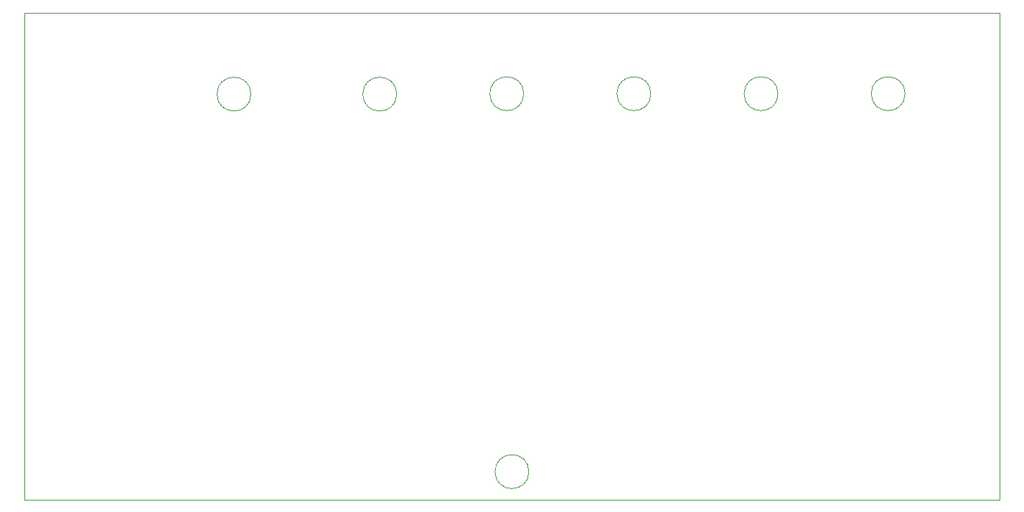
<source format=gbr>
%TF.GenerationSoftware,KiCad,Pcbnew,(5.1.7-0-10_14)*%
%TF.CreationDate,2021-01-19T07:42:21-05:00*%
%TF.ProjectId,Power Supply,506f7765-7220-4537-9570-706c792e6b69,rev?*%
%TF.SameCoordinates,Original*%
%TF.FileFunction,Profile,NP*%
%FSLAX46Y46*%
G04 Gerber Fmt 4.6, Leading zero omitted, Abs format (unit mm)*
G04 Created by KiCad (PCBNEW (5.1.7-0-10_14)) date 2021-01-19 07:42:21*
%MOMM*%
%LPD*%
G01*
G04 APERTURE LIST*
%TA.AperFunction,Profile*%
%ADD10C,0.050000*%
%TD*%
G04 APERTURE END LIST*
D10*
X127000000Y-101700000D02*
G75*
G03*
X127000000Y-101700000I-2000000J0D01*
G01*
X94200000Y-57125000D02*
G75*
G03*
X94200000Y-57125000I-2000000J0D01*
G01*
X171390000Y-57075000D02*
G75*
G03*
X171390000Y-57075000I-2000000J0D01*
G01*
X156390000Y-57075000D02*
G75*
G03*
X156390000Y-57075000I-2000000J0D01*
G01*
X141390000Y-57075000D02*
G75*
G03*
X141390000Y-57075000I-2000000J0D01*
G01*
X126390000Y-57075000D02*
G75*
G03*
X126390000Y-57075000I-2000000J0D01*
G01*
X111400000Y-57125000D02*
G75*
G03*
X111400000Y-57125000I-2000000J0D01*
G01*
X182500000Y-47500000D02*
X67500000Y-47500000D01*
X182500000Y-105000000D02*
X182500000Y-47500000D01*
X67500000Y-105000000D02*
X182500000Y-105000000D01*
X67500000Y-47500000D02*
X67500000Y-105000000D01*
M02*

</source>
